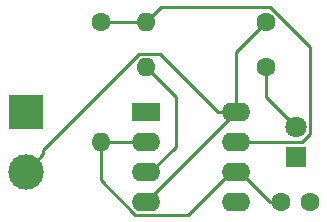
<source format=gbr>
G04 #@! TF.GenerationSoftware,KiCad,Pcbnew,5.0.2-bee76a0~70~ubuntu18.04.1*
G04 #@! TF.CreationDate,2020-12-03T10:47:44+05:30*
G04 #@! TF.ProjectId,How to make PCB,486f7720-746f-4206-9d61-6b6520504342,rev?*
G04 #@! TF.SameCoordinates,Original*
G04 #@! TF.FileFunction,Copper,L1,Top*
G04 #@! TF.FilePolarity,Positive*
%FSLAX46Y46*%
G04 Gerber Fmt 4.6, Leading zero omitted, Abs format (unit mm)*
G04 Created by KiCad (PCBNEW 5.0.2-bee76a0~70~ubuntu18.04.1) date Thu Dec  3 10:47:44 2020*
%MOMM*%
%LPD*%
G01*
G04 APERTURE LIST*
G04 #@! TA.AperFunction,ComponentPad*
%ADD10C,1.600000*%
G04 #@! TD*
G04 #@! TA.AperFunction,ComponentPad*
%ADD11R,1.800000X1.800000*%
G04 #@! TD*
G04 #@! TA.AperFunction,ComponentPad*
%ADD12C,1.800000*%
G04 #@! TD*
G04 #@! TA.AperFunction,ComponentPad*
%ADD13R,3.000000X3.000000*%
G04 #@! TD*
G04 #@! TA.AperFunction,ComponentPad*
%ADD14C,3.000000*%
G04 #@! TD*
G04 #@! TA.AperFunction,ComponentPad*
%ADD15O,1.600000X1.600000*%
G04 #@! TD*
G04 #@! TA.AperFunction,ComponentPad*
%ADD16R,2.400000X1.600000*%
G04 #@! TD*
G04 #@! TA.AperFunction,ComponentPad*
%ADD17O,2.400000X1.600000*%
G04 #@! TD*
G04 #@! TA.AperFunction,Conductor*
%ADD18C,0.250000*%
G04 #@! TD*
G04 APERTURE END LIST*
D10*
G04 #@! TO.P,C1,1*
G04 #@! TO.N,Net-(C1-Pad1)*
X152400000Y-90170000D03*
G04 #@! TO.P,C1,2*
G04 #@! TO.N,GND*
X154900000Y-90170000D03*
G04 #@! TD*
D11*
G04 #@! TO.P,D1,1*
G04 #@! TO.N,GND*
X153670000Y-86360000D03*
D12*
G04 #@! TO.P,D1,2*
G04 #@! TO.N,Net-(D1-Pad2)*
X153670000Y-83820000D03*
G04 #@! TD*
D13*
G04 #@! TO.P,J1,1*
G04 #@! TO.N,GND*
X130810000Y-82550000D03*
D14*
G04 #@! TO.P,J1,2*
G04 #@! TO.N,+9V*
X130810000Y-87630000D03*
G04 #@! TD*
D15*
G04 #@! TO.P,R1,2*
G04 #@! TO.N,Net-(C1-Pad1)*
X137160000Y-85090000D03*
D10*
G04 #@! TO.P,R1,1*
G04 #@! TO.N,1*
X137160000Y-74930000D03*
G04 #@! TD*
G04 #@! TO.P,R2,1*
G04 #@! TO.N,+9V*
X151130000Y-74930000D03*
D15*
G04 #@! TO.P,R2,2*
G04 #@! TO.N,1*
X140970000Y-74930000D03*
G04 #@! TD*
D10*
G04 #@! TO.P,R3,1*
G04 #@! TO.N,Net-(D1-Pad2)*
X151130000Y-78740000D03*
D15*
G04 #@! TO.P,R3,2*
G04 #@! TO.N,Net-(R3-Pad2)*
X140970000Y-78740000D03*
G04 #@! TD*
D16*
G04 #@! TO.P,U1,1*
G04 #@! TO.N,GND*
X140970000Y-82550000D03*
D17*
G04 #@! TO.P,U1,5*
G04 #@! TO.N,Net-(U1-Pad5)*
X148590000Y-90170000D03*
G04 #@! TO.P,U1,2*
G04 #@! TO.N,Net-(C1-Pad1)*
X140970000Y-85090000D03*
G04 #@! TO.P,U1,6*
X148590000Y-87630000D03*
G04 #@! TO.P,U1,3*
G04 #@! TO.N,Net-(R3-Pad2)*
X140970000Y-87630000D03*
G04 #@! TO.P,U1,7*
G04 #@! TO.N,1*
X148590000Y-85090000D03*
G04 #@! TO.P,U1,4*
G04 #@! TO.N,+9V*
X140970000Y-90170000D03*
G04 #@! TO.P,U1,8*
X148590000Y-82550000D03*
G04 #@! TD*
D18*
G04 #@! TO.N,Net-(C1-Pad1)*
X140970000Y-85090000D02*
X141370000Y-85090000D01*
X151530000Y-90170000D02*
X152400000Y-90170000D01*
X148990000Y-87630000D02*
X151530000Y-90170000D01*
X148590000Y-87630000D02*
X148990000Y-87630000D01*
X137160000Y-86221370D02*
X137160000Y-85090000D01*
X144524990Y-91295010D02*
X140104006Y-91295010D01*
X137160000Y-88351004D02*
X137160000Y-86221370D01*
X148190000Y-87630000D02*
X144524990Y-91295010D01*
X140104006Y-91295010D02*
X137160000Y-88351004D01*
X148590000Y-87630000D02*
X148190000Y-87630000D01*
X137160000Y-85090000D02*
X140970000Y-85090000D01*
G04 #@! TO.N,Net-(D1-Pad2)*
X151130000Y-81280000D02*
X153670000Y-83820000D01*
X151130000Y-78740000D02*
X151130000Y-81280000D01*
G04 #@! TO.N,+9V*
X140970000Y-90170000D02*
X148590000Y-82550000D01*
X148590000Y-77470000D02*
X148590000Y-82550000D01*
X151130000Y-74930000D02*
X148590000Y-77470000D01*
X147140000Y-82550000D02*
X148590000Y-82550000D01*
X142204999Y-77614999D02*
X147140000Y-82550000D01*
X132309999Y-85734999D02*
X140429999Y-77614999D01*
X132309999Y-86130001D02*
X132309999Y-85734999D01*
X140429999Y-77614999D02*
X142204999Y-77614999D01*
X130810000Y-87630000D02*
X132309999Y-86130001D01*
G04 #@! TO.N,1*
X137160000Y-74930000D02*
X140970000Y-74930000D01*
X154213002Y-85090000D02*
X150040000Y-85090000D01*
X154895001Y-84408001D02*
X154213002Y-85090000D01*
X154895001Y-77029999D02*
X154895001Y-84408001D01*
X150040000Y-85090000D02*
X148590000Y-85090000D01*
X151525002Y-73660000D02*
X154895001Y-77029999D01*
X142240000Y-73660000D02*
X151525002Y-73660000D01*
X140970000Y-74930000D02*
X142240000Y-73660000D01*
G04 #@! TO.N,Net-(R3-Pad2)*
X141370000Y-87630000D02*
X143510000Y-85490000D01*
X140970000Y-87630000D02*
X141370000Y-87630000D01*
X143510000Y-81280000D02*
X140970000Y-78740000D01*
X143510000Y-85490000D02*
X143510000Y-81280000D01*
G04 #@! TD*
M02*

</source>
